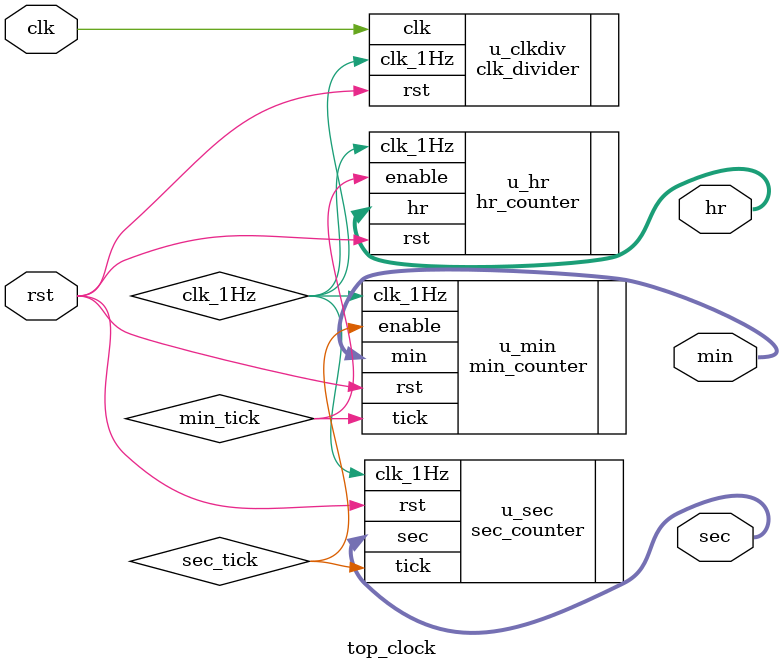
<source format=v>

module top_clock (
    input wire clk,
    input wire rst,
    output wire [5:0] sec,
    output wire [5:0] min,
    output wire [4:0] hr
);
    wire clk_1Hz;
    wire sec_tick, min_tick;

    clk_divider u_clkdiv (
        .clk(clk),
        .rst(rst),
        .clk_1Hz(clk_1Hz)
    );

    sec_counter u_sec (
        .clk_1Hz(clk_1Hz),
        .rst(rst),
        .sec(sec),
        .tick(sec_tick)
    );

    min_counter u_min (
        .clk_1Hz(clk_1Hz),
        .rst(rst),
        .enable(sec_tick),
        .min(min),
        .tick(min_tick)
    );

    hr_counter u_hr (
        .clk_1Hz(clk_1Hz),
        .rst(rst),
        .enable(min_tick),
        .hr(hr)
    );
endmodule

</source>
